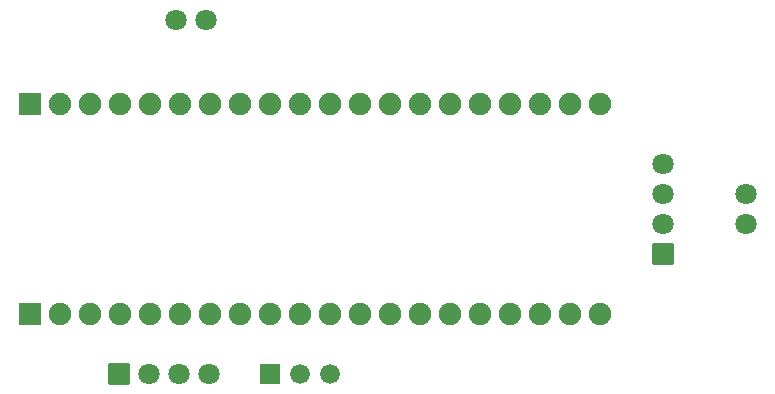
<source format=gbs>
G04 Layer: BottomSolderMaskLayer*
G04 EasyEDA v6.5.50, 2025-06-24 16:33:47*
G04 5496cec8b1eb4744bb4034f485f85566,07aaf3ec58ed4e568cacc845e37e2e79,10*
G04 Gerber Generator version 0.2*
G04 Scale: 100 percent, Rotated: No, Reflected: No *
G04 Dimensions in millimeters *
G04 leading zeros omitted , absolute positions ,4 integer and 5 decimal *
%FSLAX45Y45*%
%MOMM*%

%AMMACRO1*4,1,8,-0.8711,-0.9008,-0.9008,-0.8708,-0.9008,0.8711,-0.8711,0.9008,0.8708,0.9008,0.9008,0.8711,0.9008,-0.8708,0.8708,-0.9008,-0.8711,-0.9008,0*%
%AMMACRO2*4,1,8,-0.9211,-0.9507,-0.9508,-0.9208,-0.9508,0.921,-0.9211,0.9507,0.9209,0.9507,0.9508,0.921,0.9508,-0.9208,0.9209,-0.9507,-0.9211,-0.9507,0*%
%AMMACRO3*4,1,8,-0.8085,-0.8382,-0.8382,-0.8082,-0.8382,0.8085,-0.8085,0.8382,0.8082,0.8382,0.8382,0.8085,0.8382,-0.8082,0.8082,-0.8382,-0.8085,-0.8382,0*%
%ADD10C,1.8016*%
%ADD11MACRO1*%
%ADD12MACRO2*%
%ADD13C,1.9016*%
%ADD14C,1.6764*%
%ADD15MACRO3*%
%ADD16C,0.0115*%

%LPD*%
D10*
G01*
X6199987Y2126995D03*
G01*
X6199987Y1872995D03*
G01*
X1372996Y3599995D03*
G01*
X1626996Y3599995D03*
D11*
G01*
X5500001Y1618983D03*
D10*
G01*
X5499988Y1872995D03*
G01*
X5499988Y2126995D03*
G01*
X5499988Y2380995D03*
D11*
G01*
X888987Y599986D03*
D10*
G01*
X1142997Y599998D03*
G01*
X1396997Y599998D03*
G01*
X1650997Y599998D03*
D12*
G01*
X136994Y1110996D03*
D13*
G01*
X390994Y1110998D03*
G01*
X644994Y1110998D03*
G01*
X898994Y1110998D03*
G01*
X1152994Y1110998D03*
G01*
X1406994Y1110998D03*
G01*
X1660994Y1110998D03*
G01*
X1914994Y1110998D03*
G01*
X2168994Y1110998D03*
G01*
X2422994Y1110998D03*
G01*
X2676994Y1110998D03*
G01*
X2930994Y1110998D03*
G01*
X3184994Y1110998D03*
G01*
X3438994Y1110998D03*
G01*
X3692994Y1110998D03*
G01*
X3946994Y1110998D03*
G01*
X4200994Y1110998D03*
G01*
X4454994Y1110998D03*
G01*
X4708994Y1110998D03*
G01*
X4962994Y1110998D03*
D12*
G01*
X136994Y2888996D03*
D13*
G01*
X390994Y2888993D03*
G01*
X644994Y2888993D03*
G01*
X898994Y2888993D03*
G01*
X1152994Y2888993D03*
G01*
X1406994Y2888993D03*
G01*
X1660994Y2888993D03*
G01*
X1914994Y2888993D03*
G01*
X2168994Y2888993D03*
G01*
X2422994Y2888993D03*
G01*
X2676994Y2888993D03*
G01*
X2930994Y2888993D03*
G01*
X3184994Y2888993D03*
G01*
X3438994Y2888993D03*
G01*
X3692994Y2888993D03*
G01*
X3946994Y2888993D03*
G01*
X4200994Y2888993D03*
G01*
X4454994Y2888993D03*
G01*
X4708994Y2888993D03*
G01*
X4962994Y2888993D03*
D14*
G01*
X2679694Y599998D03*
G01*
X2425694Y599998D03*
D15*
G01*
X2171700Y599998D03*
M02*

</source>
